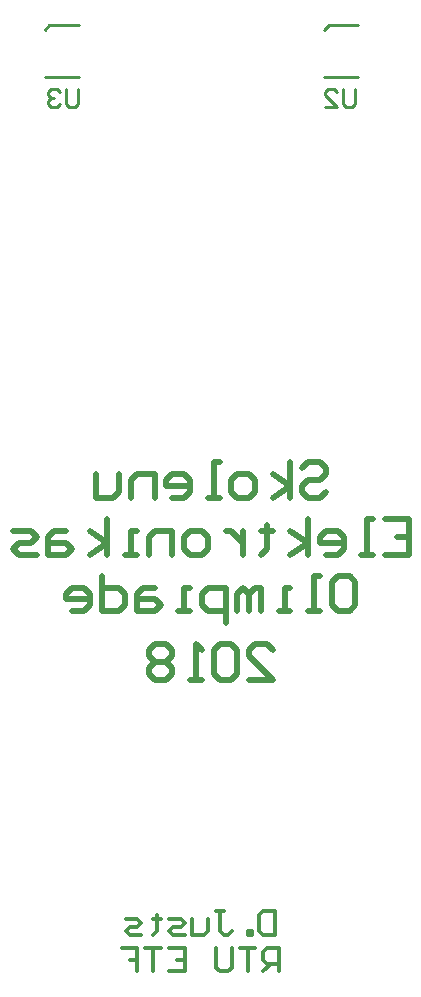
<source format=gbr>
G04 Layer_Color=32896*
%FSLAX26Y26*%
%MOIN*%
%TF.FileFunction,Legend,Bot*%
%TF.Part,Single*%
G01*
G75*
%TA.AperFunction,NonConductor*%
%ADD28C,0.010000*%
%ADD29C,0.011811*%
%ADD30C,0.019685*%
D28*
X-524606Y1872047D02*
X-508858Y1887795D01*
X-524606Y1872047D02*
Y1872047D01*
X-508858Y1887795D02*
X-410433D01*
X-524606Y1714567D02*
X-410433D01*
X406496Y1872047D02*
X422244Y1887795D01*
X406496Y1872047D02*
Y1872047D01*
X422244Y1887795D02*
X520669D01*
X406496Y1714567D02*
X520669D01*
X-413386Y1674154D02*
Y1624170D01*
X-423383Y1614173D01*
X-443376D01*
X-453373Y1624170D01*
Y1674154D01*
X-473366Y1664157D02*
X-483363Y1674154D01*
X-503357D01*
X-513354Y1664157D01*
Y1654160D01*
X-503357Y1644164D01*
X-493360D01*
X-503357D01*
X-513354Y1634167D01*
Y1624170D01*
X-503357Y1614173D01*
X-483363D01*
X-473366Y1624170D01*
X511811Y1674154D02*
Y1624170D01*
X501814Y1614173D01*
X481821D01*
X471824Y1624170D01*
Y1674154D01*
X411843Y1614173D02*
X451830D01*
X411843Y1654160D01*
Y1664157D01*
X421840Y1674154D01*
X441834D01*
X451830Y1664157D01*
D29*
X244107Y-1066198D02*
Y-1144912D01*
X204750D01*
X191631Y-1131793D01*
Y-1079317D01*
X204750Y-1066198D01*
X244107D01*
X165392Y-1144912D02*
Y-1131793D01*
X152273D01*
Y-1144912D01*
X165392D01*
X47320Y-1066198D02*
X73559D01*
X60439D01*
Y-1131793D01*
X73559Y-1144912D01*
X86678D01*
X99797Y-1131793D01*
X21082Y-1092436D02*
Y-1131793D01*
X7963Y-1144912D01*
X-31395D01*
Y-1092436D01*
X-57633Y-1144912D02*
X-96990D01*
X-110109Y-1131793D01*
X-96990Y-1118674D01*
X-70752D01*
X-57633Y-1105555D01*
X-70752Y-1092436D01*
X-110109D01*
X-149467Y-1079317D02*
Y-1092436D01*
X-136348D01*
X-162586D01*
X-149467D01*
Y-1131793D01*
X-162586Y-1144912D01*
X-201943D02*
X-241301D01*
X-254420Y-1131793D01*
X-241301Y-1118674D01*
X-215062D01*
X-201943Y-1105555D01*
X-215062Y-1092436D01*
X-254420D01*
X257226Y-1267717D02*
Y-1189002D01*
X217869D01*
X204750Y-1202121D01*
Y-1228359D01*
X217869Y-1241478D01*
X257226D01*
X230988D02*
X204750Y-1267717D01*
X178512Y-1189002D02*
X126035D01*
X152273D01*
Y-1267717D01*
X99797Y-1189002D02*
Y-1254598D01*
X86678Y-1267717D01*
X60439D01*
X47320Y-1254598D01*
Y-1189002D01*
X-110109D02*
X-57633D01*
Y-1267717D01*
X-110109D01*
X-57633Y-1228359D02*
X-83871D01*
X-136348Y-1189002D02*
X-188824D01*
X-162586D01*
Y-1267717D01*
X-267539Y-1189002D02*
X-215062D01*
Y-1228359D01*
X-241301D01*
X-215062D01*
Y-1267717D01*
D30*
X334547Y409266D02*
X354226Y428945D01*
X393583D01*
X413262Y409266D01*
Y389588D01*
X393583Y369909D01*
X354226D01*
X334547Y350230D01*
Y330552D01*
X354226Y310873D01*
X393583D01*
X413262Y330552D01*
X295190Y310873D02*
Y428945D01*
Y350230D02*
X236154Y389588D01*
X295190Y350230D02*
X236154Y310873D01*
X157439D02*
X118082D01*
X98403Y330552D01*
Y369909D01*
X118082Y389588D01*
X157439D01*
X177118Y369909D01*
Y330552D01*
X157439Y310873D01*
X59046D02*
X19688D01*
X39367D01*
Y428945D01*
X59046D01*
X-98384Y310873D02*
X-59026D01*
X-39348Y330552D01*
Y369909D01*
X-59026Y389588D01*
X-98384D01*
X-118062Y369909D01*
Y350230D01*
X-39348D01*
X-157420Y310873D02*
Y389588D01*
X-216456D01*
X-236135Y369909D01*
Y310873D01*
X-275492Y389588D02*
Y330552D01*
X-295171Y310873D01*
X-354207D01*
Y389588D01*
X610048Y240014D02*
X688763D01*
Y121942D01*
X610048D01*
X688763Y180978D02*
X649406D01*
X570691Y121942D02*
X531334D01*
X551012D01*
Y240014D01*
X570691D01*
X413262Y121942D02*
X452619D01*
X472298Y141621D01*
Y180978D01*
X452619Y200657D01*
X413262D01*
X393583Y180978D01*
Y161300D01*
X472298D01*
X354226Y121942D02*
Y240014D01*
Y161300D02*
X295190Y200657D01*
X354226Y161300D02*
X295190Y121942D01*
X216475Y220336D02*
Y200657D01*
X236154D01*
X196796D01*
X216475D01*
Y141621D01*
X196796Y121942D01*
X137760Y200657D02*
Y121942D01*
Y161300D01*
X118082Y180978D01*
X98403Y200657D01*
X78724D01*
X9Y121942D02*
X-39348D01*
X-59026Y141621D01*
Y180978D01*
X-39348Y200657D01*
X9D01*
X19688Y180978D01*
Y141621D01*
X9Y121942D01*
X-98384D02*
Y200657D01*
X-157420D01*
X-177099Y180978D01*
Y121942D01*
X-216456D02*
X-255813D01*
X-236135D01*
Y200657D01*
X-216456D01*
X-314849Y121942D02*
Y240014D01*
Y161300D02*
X-373885Y200657D01*
X-314849Y161300D02*
X-373885Y121942D01*
X-452600Y200657D02*
X-491957D01*
X-511636Y180978D01*
Y121942D01*
X-452600D01*
X-432921Y141621D01*
X-452600Y161300D01*
X-511636D01*
X-550993Y121942D02*
X-610029D01*
X-629708Y141621D01*
X-610029Y161300D01*
X-570672D01*
X-550993Y180978D01*
X-570672Y200657D01*
X-629708D01*
X452619Y51084D02*
X491976D01*
X511655Y31405D01*
Y-47309D01*
X491976Y-66988D01*
X452619D01*
X432940Y-47309D01*
Y31405D01*
X452619Y51084D01*
X393583Y-66988D02*
X354226D01*
X373904D01*
Y51084D01*
X393583D01*
X295190Y-66988D02*
X255832D01*
X275511D01*
Y11727D01*
X295190D01*
X196796Y-66988D02*
Y11727D01*
X177118D01*
X157439Y-7952D01*
Y-66988D01*
Y-7952D01*
X137760Y11727D01*
X118082Y-7952D01*
Y-66988D01*
X78724Y-106345D02*
Y11727D01*
X19688D01*
X9Y-7952D01*
Y-47309D01*
X19688Y-66988D01*
X78724D01*
X-39348D02*
X-78705D01*
X-59026D01*
Y11727D01*
X-39348D01*
X-157420D02*
X-196777D01*
X-216456Y-7952D01*
Y-66988D01*
X-157420D01*
X-137741Y-47309D01*
X-157420Y-27631D01*
X-216456D01*
X-334528Y51084D02*
Y-66988D01*
X-275492D01*
X-255813Y-47309D01*
Y-7952D01*
X-275492Y11727D01*
X-334528D01*
X-432921Y-66988D02*
X-393564D01*
X-373885Y-47309D01*
Y-7952D01*
X-393564Y11727D01*
X-432921D01*
X-452600Y-7952D01*
Y-27631D01*
X-373885D01*
X157439Y-295276D02*
X236154D01*
X157439Y-216561D01*
Y-196882D01*
X177118Y-177204D01*
X216475D01*
X236154Y-196882D01*
X118082D02*
X98403Y-177204D01*
X59046D01*
X39367Y-196882D01*
Y-275597D01*
X59046Y-295276D01*
X98403D01*
X118082Y-275597D01*
Y-196882D01*
X10Y-295276D02*
X-39348D01*
X-19669D01*
Y-177204D01*
X10Y-196882D01*
X-98384D02*
X-118062Y-177204D01*
X-157420D01*
X-177099Y-196882D01*
Y-216561D01*
X-157420Y-236240D01*
X-177099Y-255918D01*
Y-275597D01*
X-157420Y-295276D01*
X-118062D01*
X-98384Y-275597D01*
Y-255918D01*
X-118062Y-236240D01*
X-98384Y-216561D01*
Y-196882D01*
X-118062Y-236240D02*
X-157420D01*
%TF.MD5,0455f3679edb4d82ee52933d3d724004*%
M02*

</source>
